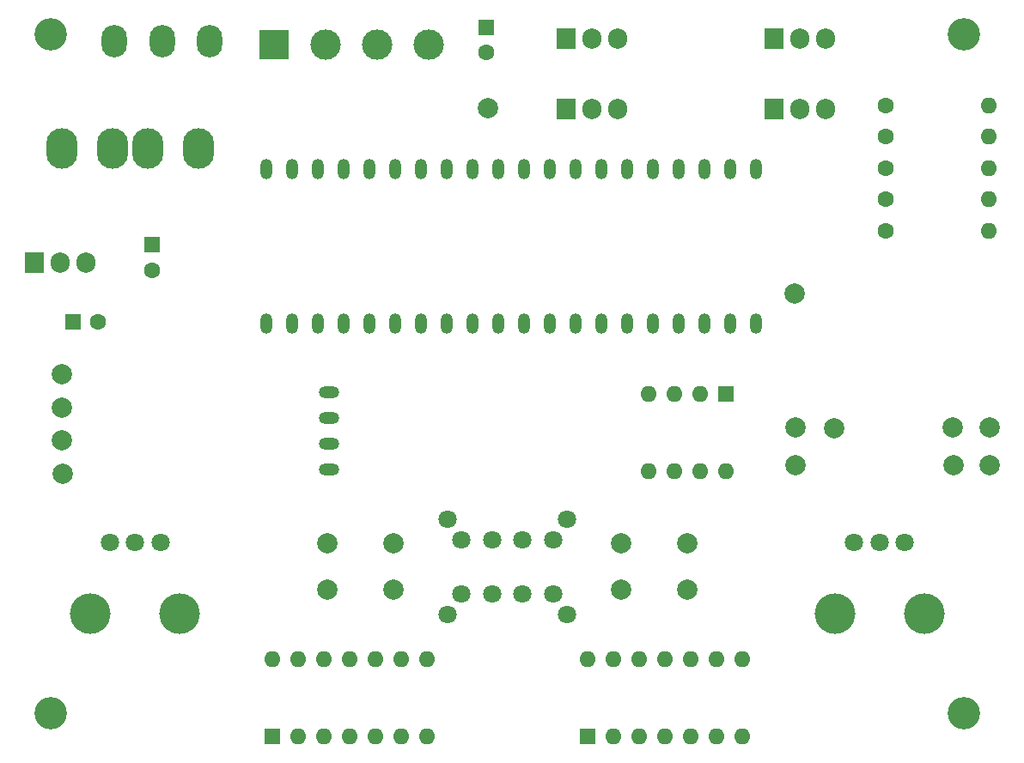
<source format=gbr>
%TF.GenerationSoftware,KiCad,Pcbnew,6.0.5+dfsg-1*%
%TF.CreationDate,2022-06-26T16:39:15+01:00*%
%TF.ProjectId,dcc-controller,6463632d-636f-46e7-9472-6f6c6c65722e,rev?*%
%TF.SameCoordinates,Original*%
%TF.FileFunction,Soldermask,Bot*%
%TF.FilePolarity,Negative*%
%FSLAX46Y46*%
G04 Gerber Fmt 4.6, Leading zero omitted, Abs format (unit mm)*
G04 Created by KiCad (PCBNEW 6.0.5+dfsg-1) date 2022-06-26 16:39:15*
%MOMM*%
%LPD*%
G01*
G04 APERTURE LIST*
%ADD10O,3.100000X4.000000*%
%ADD11C,2.000000*%
%ADD12O,2.500000X3.200000*%
%ADD13C,1.600000*%
%ADD14O,1.600000X1.600000*%
%ADD15R,1.600000X1.600000*%
%ADD16R,1.905000X2.000000*%
%ADD17O,1.905000X2.000000*%
%ADD18O,1.200000X2.000000*%
%ADD19C,3.200000*%
%ADD20R,3.000000X3.000000*%
%ADD21C,3.000000*%
%ADD22O,2.000000X1.200000*%
%ADD23C,4.000000*%
%ADD24C,1.800000*%
G04 APERTURE END LIST*
D10*
%TO.C,F1*%
X121600000Y-71300000D03*
X116600000Y-71300000D03*
X113100000Y-71300000D03*
X108100000Y-71300000D03*
%TD*%
D11*
%TO.C,TP15*%
X199500000Y-102500000D03*
%TD*%
%TO.C,TP14*%
X108100000Y-96800000D03*
%TD*%
%TO.C,TP13*%
X108100000Y-100100000D03*
%TD*%
%TO.C,TP12*%
X150100000Y-67300000D03*
%TD*%
%TO.C,TP11*%
X108100000Y-93500000D03*
%TD*%
%TO.C,TP10*%
X195900000Y-98800000D03*
%TD*%
%TO.C,TP9*%
X184200000Y-98900000D03*
%TD*%
%TO.C,TP8*%
X199500000Y-98800000D03*
%TD*%
%TO.C,TP7*%
X108200000Y-103400000D03*
%TD*%
%TO.C,TP6*%
X196000000Y-102500000D03*
%TD*%
%TO.C,TP5*%
X180400000Y-102500000D03*
%TD*%
%TO.C,TP4*%
X180400000Y-98800000D03*
%TD*%
%TO.C,TP3*%
X180300000Y-85600000D03*
%TD*%
D12*
%TO.C,SW6*%
X113300000Y-60700000D03*
X118000000Y-60700000D03*
X122700000Y-60700000D03*
%TD*%
D13*
%TO.C,R17*%
X189300000Y-73200000D03*
D14*
X199460000Y-73200000D03*
%TD*%
D15*
%TO.C,C5*%
X109194888Y-88400000D03*
D13*
X111694888Y-88400000D03*
%TD*%
D16*
%TO.C,U3*%
X105360000Y-82545000D03*
D17*
X107900000Y-82545000D03*
X110440000Y-82545000D03*
%TD*%
D18*
%TO.C,U1*%
X176515000Y-73280000D03*
X173975000Y-73280000D03*
X171435000Y-73280000D03*
X168895000Y-73280000D03*
X166355000Y-73280000D03*
X163815000Y-73280000D03*
X161275000Y-73280000D03*
X158735000Y-73280000D03*
X156195000Y-73280000D03*
X153655000Y-73280000D03*
X151115000Y-73280000D03*
X148575000Y-73280000D03*
X146035000Y-73280000D03*
X143495000Y-73280000D03*
X140955000Y-73280000D03*
X138415000Y-73280000D03*
X135875000Y-73280000D03*
X133335000Y-73280000D03*
X130795000Y-73280000D03*
X128255000Y-73280000D03*
X128255000Y-88520000D03*
X130795000Y-88520000D03*
X133335000Y-88520000D03*
X135875000Y-88520000D03*
X138415000Y-88520000D03*
X140955000Y-88520000D03*
X143495000Y-88520000D03*
X146035000Y-88520000D03*
X148575000Y-88520000D03*
X151115000Y-88520000D03*
X153655000Y-88520000D03*
X156195000Y-88520000D03*
X158735000Y-88520000D03*
X161275000Y-88520000D03*
X163815000Y-88520000D03*
X166355000Y-88520000D03*
X168895000Y-88520000D03*
X171435000Y-88520000D03*
X173975000Y-88520000D03*
X176515000Y-88520000D03*
%TD*%
D15*
%TO.C,U4*%
X173550000Y-95500000D03*
D14*
X171010000Y-95500000D03*
X168470000Y-95500000D03*
X165930000Y-95500000D03*
X165930000Y-103120000D03*
X168470000Y-103120000D03*
X171010000Y-103120000D03*
X173550000Y-103120000D03*
%TD*%
D16*
%TO.C,Q6*%
X178260000Y-67395000D03*
D17*
X180800000Y-67395000D03*
X183340000Y-67395000D03*
%TD*%
D16*
%TO.C,Q5*%
X178260000Y-60395000D03*
D17*
X180800000Y-60395000D03*
X183340000Y-60395000D03*
%TD*%
D14*
%TO.C,R16*%
X199460000Y-70100000D03*
D13*
X189300000Y-70100000D03*
%TD*%
D14*
%TO.C,R19*%
X199460000Y-79400000D03*
D13*
X189300000Y-79400000D03*
%TD*%
D15*
%TO.C,SW5*%
X128875000Y-129300000D03*
D14*
X131415000Y-129300000D03*
X133955000Y-129300000D03*
X136495000Y-129300000D03*
X139035000Y-129300000D03*
X141575000Y-129300000D03*
X144115000Y-129300000D03*
X144115000Y-121680000D03*
X141575000Y-121680000D03*
X139035000Y-121680000D03*
X136495000Y-121680000D03*
X133955000Y-121680000D03*
X131415000Y-121680000D03*
X128875000Y-121680000D03*
%TD*%
D16*
%TO.C,Q3*%
X157760000Y-60395000D03*
D17*
X160300000Y-60395000D03*
X162840000Y-60395000D03*
%TD*%
D19*
%TO.C,H1*%
X107000000Y-127000000D03*
%TD*%
D16*
%TO.C,Q4*%
X157760000Y-67395000D03*
D17*
X160300000Y-67395000D03*
X162840000Y-67395000D03*
%TD*%
D19*
%TO.C,H2*%
X107000000Y-60000000D03*
%TD*%
D11*
%TO.C,SW3*%
X169750000Y-114750000D03*
X163250000Y-114750000D03*
X163250000Y-110250000D03*
X169750000Y-110250000D03*
%TD*%
D15*
%TO.C,SW1*%
X159875000Y-129300000D03*
D14*
X162415000Y-129300000D03*
X164955000Y-129300000D03*
X167495000Y-129300000D03*
X170035000Y-129300000D03*
X172575000Y-129300000D03*
X175115000Y-129300000D03*
X175115000Y-121680000D03*
X172575000Y-121680000D03*
X170035000Y-121680000D03*
X167495000Y-121680000D03*
X164955000Y-121680000D03*
X162415000Y-121680000D03*
X159875000Y-121680000D03*
%TD*%
D15*
%TO.C,C10*%
X149900000Y-59294888D03*
D13*
X149900000Y-61794888D03*
%TD*%
D19*
%TO.C,H4*%
X197000000Y-127000000D03*
%TD*%
D11*
%TO.C,SW2*%
X140750000Y-114750000D03*
X134250000Y-114750000D03*
X140750000Y-110250000D03*
X134250000Y-110250000D03*
%TD*%
D20*
%TO.C,J1*%
X128980000Y-61000000D03*
D21*
X134060000Y-61000000D03*
X139140000Y-61000000D03*
X144220000Y-61000000D03*
%TD*%
D22*
%TO.C,U5*%
X134450000Y-102910000D03*
X134450000Y-100370000D03*
X134450000Y-97830000D03*
X134450000Y-95290000D03*
%TD*%
D23*
%TO.C,RV2*%
X184300000Y-117150000D03*
X193100000Y-117150000D03*
D24*
X186200000Y-110150000D03*
X188700000Y-110150000D03*
X191200000Y-110150000D03*
%TD*%
%TO.C,SW4*%
X147500000Y-109895000D03*
X147500000Y-115195000D03*
X153500000Y-115195000D03*
X150500000Y-115195000D03*
X146100000Y-107845000D03*
X153500000Y-109895000D03*
X157900000Y-107845000D03*
X146100000Y-117245000D03*
X157900000Y-117245000D03*
X150500000Y-109895000D03*
X156500000Y-115195000D03*
X156500000Y-109895000D03*
%TD*%
D19*
%TO.C,H3*%
X197000000Y-60000000D03*
%TD*%
D15*
%TO.C,C7*%
X117000000Y-80794888D03*
D13*
X117000000Y-83294888D03*
%TD*%
D14*
%TO.C,R18*%
X199460000Y-76300000D03*
D13*
X189300000Y-76300000D03*
%TD*%
D14*
%TO.C,R9*%
X199460000Y-67000000D03*
D13*
X189300000Y-67000000D03*
%TD*%
D23*
%TO.C,RV1*%
X119700000Y-117150000D03*
X110900000Y-117150000D03*
D24*
X112800000Y-110150000D03*
X115300000Y-110150000D03*
X117800000Y-110150000D03*
%TD*%
M02*

</source>
